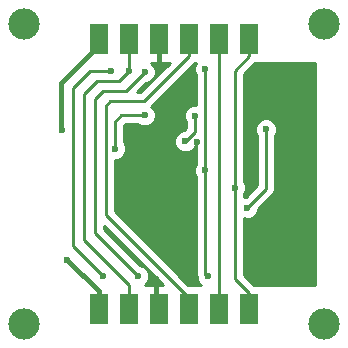
<source format=gbl>
G04 #@! TF.FileFunction,Copper,L2,Bot,Signal*
%FSLAX46Y46*%
G04 Gerber Fmt 4.6, Leading zero omitted, Abs format (unit mm)*
G04 Created by KiCad (PCBNEW 4.0.0-rc1-stable) date 11/13/2015 10:57:34 PM*
%MOMM*%
G01*
G04 APERTURE LIST*
%ADD10C,0.100000*%
%ADD11C,2.650000*%
%ADD12R,1.524000X2.540000*%
%ADD13C,0.600000*%
%ADD14C,0.381000*%
%ADD15C,0.250000*%
%ADD16C,0.254000*%
G04 APERTURE END LIST*
D10*
D11*
X127000000Y-76200000D03*
X152400000Y-76200000D03*
X152400000Y-101600000D03*
X127000000Y-101600000D03*
D12*
X133350000Y-77470000D03*
X135890000Y-77470000D03*
X138430000Y-77470000D03*
X140970000Y-77470000D03*
X143510000Y-77470000D03*
X146050000Y-77470000D03*
X146050000Y-100330000D03*
X143510000Y-100330000D03*
X140970000Y-100330000D03*
X138430000Y-100330000D03*
X135890000Y-100330000D03*
X133350000Y-100330000D03*
D13*
X138150600Y-97815400D03*
X140970000Y-97815400D03*
X138430000Y-80264000D03*
X141071600Y-80289400D03*
X140970000Y-94043500D03*
X141655800Y-86182200D03*
X137414000Y-90995500D03*
X148590000Y-85090000D03*
X130225800Y-85191600D03*
X130683000Y-96189800D03*
X145923000Y-91744800D03*
X147497800Y-85115400D03*
X137210800Y-83921600D03*
X141478000Y-83947000D03*
X140665200Y-86131400D03*
X134721600Y-86791800D03*
X134366000Y-80213200D03*
X133731000Y-97510600D03*
X137236200Y-80264000D03*
X136677400Y-97536000D03*
X142570200Y-97561400D03*
X142367000Y-79984600D03*
X142367000Y-88595200D03*
X135890000Y-80187800D03*
X144856200Y-90043000D03*
D14*
X138150600Y-97815400D02*
X138150600Y-100050600D01*
X138150600Y-100050600D02*
X138430000Y-100330000D01*
X138430000Y-80264000D02*
X138430000Y-77470000D01*
X130149600Y-81153000D02*
X133667500Y-77635100D01*
X130149600Y-85115400D02*
X130149600Y-81153000D01*
X130225800Y-85191600D02*
X130149600Y-85115400D01*
X133350000Y-100330000D02*
X133350000Y-98831400D01*
X133350000Y-98831400D02*
X130683000Y-96189800D01*
X133350000Y-100330000D02*
X133350000Y-99949000D01*
D15*
X145923000Y-91744800D02*
X147497800Y-90170000D01*
X147497800Y-90170000D02*
X147497800Y-85115400D01*
X135255000Y-83921600D02*
X137210800Y-83921600D01*
X134670800Y-84505800D02*
X135255000Y-83921600D01*
X140665200Y-86131400D02*
X140690600Y-86131400D01*
X141478000Y-85344000D02*
X141478000Y-83947000D01*
X140690600Y-86131400D02*
X141478000Y-85344000D01*
X134670800Y-86741000D02*
X134670800Y-84505800D01*
X134721600Y-86791800D02*
X134670800Y-86741000D01*
X132588000Y-80213200D02*
X134366000Y-80213200D01*
X131191000Y-81610200D02*
X132588000Y-80213200D01*
X131191000Y-94996000D02*
X131191000Y-81610200D01*
X133731000Y-97510600D02*
X131191000Y-94996000D01*
X132994400Y-93853000D02*
X132994400Y-82575400D01*
X137236200Y-80264000D02*
X135610600Y-81889600D01*
X135610600Y-81889600D02*
X133680200Y-81889600D01*
X133680200Y-81889600D02*
X132994400Y-82575400D01*
X132994400Y-93853000D02*
X136677400Y-97536000D01*
X142367000Y-97205800D02*
X142367000Y-97409000D01*
X142519400Y-97561400D02*
X142570200Y-97561400D01*
X142367000Y-97409000D02*
X142519400Y-97561400D01*
X142367000Y-97180400D02*
X142367000Y-97205800D01*
X142367000Y-97205800D02*
X142367000Y-97256600D01*
X142367000Y-88595200D02*
X142367000Y-79984600D01*
X142367000Y-97180400D02*
X142367000Y-88595200D01*
X133172200Y-81026000D02*
X135026400Y-81026000D01*
X135890000Y-80187800D02*
X135864600Y-80187800D01*
X135864600Y-80187800D02*
X135026400Y-81026000D01*
X133172200Y-81026000D02*
X132080000Y-82118200D01*
X132080000Y-82118200D02*
X132080000Y-94513400D01*
X132080000Y-94513400D02*
X132486400Y-94919800D01*
X135890000Y-98323400D02*
X135890000Y-100330000D01*
X132486400Y-94919800D02*
X135890000Y-98323400D01*
X135890000Y-77470000D02*
X135890000Y-80187800D01*
X135877300Y-100317300D02*
X135890000Y-100330000D01*
X140970000Y-100330000D02*
X140970000Y-99415600D01*
X140970000Y-99415600D02*
X133934200Y-92379800D01*
X133934200Y-92379800D02*
X133934200Y-91389200D01*
X140970000Y-77470000D02*
X140970000Y-78943200D01*
X140970000Y-78943200D02*
X137160000Y-82753200D01*
X137160000Y-82753200D02*
X134289800Y-82753200D01*
X134289800Y-82753200D02*
X133934200Y-83108800D01*
X133934200Y-83108800D02*
X133934200Y-91389200D01*
X143510000Y-100330000D02*
X143510000Y-77470000D01*
X144856200Y-90043000D02*
X144856200Y-80137000D01*
X146050000Y-78943200D02*
X146050000Y-77470000D01*
X144856200Y-80137000D02*
X146050000Y-78943200D01*
X146050000Y-100330000D02*
X146050000Y-98958400D01*
X144856200Y-97764600D02*
X144856200Y-90043000D01*
X146050000Y-98958400D02*
X144856200Y-97764600D01*
D16*
G36*
X151638000Y-98298000D02*
X146464402Y-98298000D01*
X145616200Y-97449798D01*
X145616200Y-92629809D01*
X145736201Y-92679638D01*
X146108167Y-92679962D01*
X146451943Y-92537917D01*
X146715192Y-92275127D01*
X146857838Y-91931599D01*
X146857879Y-91884723D01*
X148035201Y-90707401D01*
X148199948Y-90460839D01*
X148257800Y-90170000D01*
X148257800Y-85677863D01*
X148289992Y-85645727D01*
X148432638Y-85302199D01*
X148432962Y-84930233D01*
X148290917Y-84586457D01*
X148028127Y-84323208D01*
X147684599Y-84180562D01*
X147312633Y-84180238D01*
X146968857Y-84322283D01*
X146705608Y-84585073D01*
X146562962Y-84928601D01*
X146562638Y-85300567D01*
X146704683Y-85644343D01*
X146737800Y-85677518D01*
X146737800Y-89855198D01*
X145783320Y-90809678D01*
X145737833Y-90809638D01*
X145616200Y-90859896D01*
X145616200Y-90605463D01*
X145648392Y-90573327D01*
X145791038Y-90229799D01*
X145791362Y-89857833D01*
X145649317Y-89514057D01*
X145616200Y-89480882D01*
X145616200Y-80451802D01*
X146566002Y-79502000D01*
X151638000Y-79502000D01*
X151638000Y-98298000D01*
X151638000Y-98298000D01*
G37*
X151638000Y-98298000D02*
X146464402Y-98298000D01*
X145616200Y-97449798D01*
X145616200Y-92629809D01*
X145736201Y-92679638D01*
X146108167Y-92679962D01*
X146451943Y-92537917D01*
X146715192Y-92275127D01*
X146857838Y-91931599D01*
X146857879Y-91884723D01*
X148035201Y-90707401D01*
X148199948Y-90460839D01*
X148257800Y-90170000D01*
X148257800Y-85677863D01*
X148289992Y-85645727D01*
X148432638Y-85302199D01*
X148432962Y-84930233D01*
X148290917Y-84586457D01*
X148028127Y-84323208D01*
X147684599Y-84180562D01*
X147312633Y-84180238D01*
X146968857Y-84322283D01*
X146705608Y-84585073D01*
X146562962Y-84928601D01*
X146562638Y-85300567D01*
X146704683Y-85644343D01*
X146737800Y-85677518D01*
X146737800Y-89855198D01*
X145783320Y-90809678D01*
X145737833Y-90809638D01*
X145616200Y-90859896D01*
X145616200Y-90605463D01*
X145648392Y-90573327D01*
X145791038Y-90229799D01*
X145791362Y-89857833D01*
X145649317Y-89514057D01*
X145616200Y-89480882D01*
X145616200Y-80451802D01*
X146566002Y-79502000D01*
X151638000Y-79502000D01*
X151638000Y-98298000D01*
G36*
X141432162Y-79797801D02*
X141431838Y-80169767D01*
X141573883Y-80513543D01*
X141607000Y-80546718D01*
X141607000Y-83012112D01*
X141292833Y-83011838D01*
X140949057Y-83153883D01*
X140685808Y-83416673D01*
X140543162Y-83760201D01*
X140542838Y-84132167D01*
X140684883Y-84475943D01*
X140718000Y-84509118D01*
X140718000Y-85029198D01*
X140550898Y-85196300D01*
X140480033Y-85196238D01*
X140136257Y-85338283D01*
X139873008Y-85601073D01*
X139730362Y-85944601D01*
X139730038Y-86316567D01*
X139872083Y-86660343D01*
X140134873Y-86923592D01*
X140478401Y-87066238D01*
X140850367Y-87066562D01*
X141194143Y-86924517D01*
X141457392Y-86661727D01*
X141600038Y-86318199D01*
X141600057Y-86296745D01*
X141607000Y-86289802D01*
X141607000Y-88032737D01*
X141574808Y-88064873D01*
X141432162Y-88408401D01*
X141431838Y-88780367D01*
X141573883Y-89124143D01*
X141607000Y-89157318D01*
X141607000Y-97409000D01*
X141635209Y-97550812D01*
X141635038Y-97746567D01*
X141777083Y-98090343D01*
X141984378Y-98298000D01*
X140927202Y-98298000D01*
X134694200Y-92064998D01*
X134694200Y-87726777D01*
X134906767Y-87726962D01*
X135250543Y-87584917D01*
X135513792Y-87322127D01*
X135656438Y-86978599D01*
X135656762Y-86606633D01*
X135514717Y-86262857D01*
X135430800Y-86178793D01*
X135430800Y-84820602D01*
X135569802Y-84681600D01*
X136648337Y-84681600D01*
X136680473Y-84713792D01*
X137024001Y-84856438D01*
X137395967Y-84856762D01*
X137739743Y-84714717D01*
X138002992Y-84451927D01*
X138145638Y-84108399D01*
X138145962Y-83736433D01*
X138003917Y-83392657D01*
X137799809Y-83188193D01*
X141486002Y-79502000D01*
X141554990Y-79502000D01*
X141432162Y-79797801D01*
X141432162Y-79797801D01*
G37*
X141432162Y-79797801D02*
X141431838Y-80169767D01*
X141573883Y-80513543D01*
X141607000Y-80546718D01*
X141607000Y-83012112D01*
X141292833Y-83011838D01*
X140949057Y-83153883D01*
X140685808Y-83416673D01*
X140543162Y-83760201D01*
X140542838Y-84132167D01*
X140684883Y-84475943D01*
X140718000Y-84509118D01*
X140718000Y-85029198D01*
X140550898Y-85196300D01*
X140480033Y-85196238D01*
X140136257Y-85338283D01*
X139873008Y-85601073D01*
X139730362Y-85944601D01*
X139730038Y-86316567D01*
X139872083Y-86660343D01*
X140134873Y-86923592D01*
X140478401Y-87066238D01*
X140850367Y-87066562D01*
X141194143Y-86924517D01*
X141457392Y-86661727D01*
X141600038Y-86318199D01*
X141600057Y-86296745D01*
X141607000Y-86289802D01*
X141607000Y-88032737D01*
X141574808Y-88064873D01*
X141432162Y-88408401D01*
X141431838Y-88780367D01*
X141573883Y-89124143D01*
X141607000Y-89157318D01*
X141607000Y-97409000D01*
X141635209Y-97550812D01*
X141635038Y-97746567D01*
X141777083Y-98090343D01*
X141984378Y-98298000D01*
X140927202Y-98298000D01*
X134694200Y-92064998D01*
X134694200Y-87726777D01*
X134906767Y-87726962D01*
X135250543Y-87584917D01*
X135513792Y-87322127D01*
X135656438Y-86978599D01*
X135656762Y-86606633D01*
X135514717Y-86262857D01*
X135430800Y-86178793D01*
X135430800Y-84820602D01*
X135569802Y-84681600D01*
X136648337Y-84681600D01*
X136680473Y-84713792D01*
X137024001Y-84856438D01*
X137395967Y-84856762D01*
X137739743Y-84714717D01*
X138002992Y-84451927D01*
X138145638Y-84108399D01*
X138145962Y-83736433D01*
X138003917Y-83392657D01*
X137799809Y-83188193D01*
X141486002Y-79502000D01*
X141554990Y-79502000D01*
X141432162Y-79797801D01*
G36*
X138777598Y-98298000D02*
X137237514Y-98298000D01*
X137469592Y-98066327D01*
X137612238Y-97722799D01*
X137612562Y-97350833D01*
X137470517Y-97007057D01*
X137207727Y-96743808D01*
X136864199Y-96601162D01*
X136817323Y-96601121D01*
X133754400Y-93538198D01*
X133754400Y-93274802D01*
X138777598Y-98298000D01*
X138777598Y-98298000D01*
G37*
X138777598Y-98298000D02*
X137237514Y-98298000D01*
X137469592Y-98066327D01*
X137612238Y-97722799D01*
X137612562Y-97350833D01*
X137470517Y-97007057D01*
X137207727Y-96743808D01*
X136864199Y-96601162D01*
X136817323Y-96601121D01*
X133754400Y-93538198D01*
X133754400Y-93274802D01*
X138777598Y-98298000D01*
G36*
X136845198Y-81993200D02*
X136581802Y-81993200D01*
X137375880Y-81199122D01*
X137421367Y-81199162D01*
X137765143Y-81057117D01*
X138028392Y-80794327D01*
X138171038Y-80450799D01*
X138171362Y-80078833D01*
X138029317Y-79735057D01*
X137796666Y-79502000D01*
X139336398Y-79502000D01*
X136845198Y-81993200D01*
X136845198Y-81993200D01*
G37*
X136845198Y-81993200D02*
X136581802Y-81993200D01*
X137375880Y-81199122D01*
X137421367Y-81199162D01*
X137765143Y-81057117D01*
X138028392Y-80794327D01*
X138171038Y-80450799D01*
X138171362Y-80078833D01*
X138029317Y-79735057D01*
X137796666Y-79502000D01*
X139336398Y-79502000D01*
X136845198Y-81993200D01*
M02*

</source>
